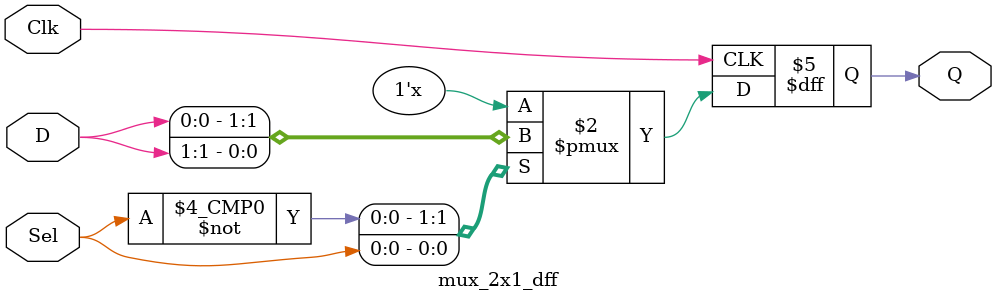
<source format=v>
module mux_2x1_dff (
    output reg Q,
    input wire[1:0] D,
    input Clk,Sel
);
    always @(negedge Clk ) begin
        case (Sel)
            1'b0:Q=D[0];
            1'b1:Q=D[1]; 
            default: Q=1'bz;
        endcase
    end
endmodule
</source>
